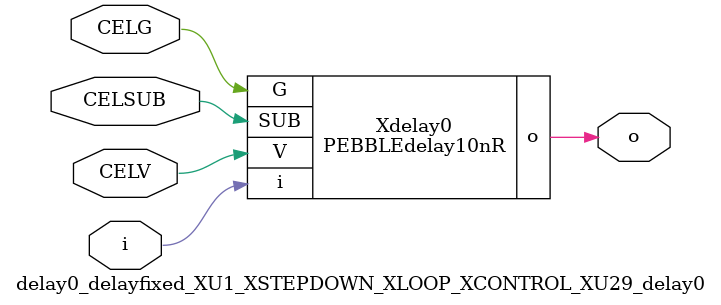
<source format=v>



module PEBBLEdelay10nR ( o, V, G, i, SUB );

  input V;
  input i;
  input G;
  output o;
  input SUB;
endmodule

//Celera Confidential Do Not Copy delay0_delayfixed_XU1_XSTEPDOWN_XLOOP_XCONTROL_XU29_delay0
//TYPE: fixed 10ns
module delay0_delayfixed_XU1_XSTEPDOWN_XLOOP_XCONTROL_XU29_delay0 (i, CELV, o,
CELG,CELSUB);
input CELV;
input i;
output o;
input CELSUB;
input CELG;

//Celera Confidential Do Not Copy delayfast0
PEBBLEdelay10nR Xdelay0(
.V (CELV),
.i (i),
.o (o),
.G (CELG),
.SUB (CELSUB)
);
//,diesize,PEBBLEdelay10nR

//Celera Confidential Do Not Copy Module End
//Celera Schematic Generator
endmodule

</source>
